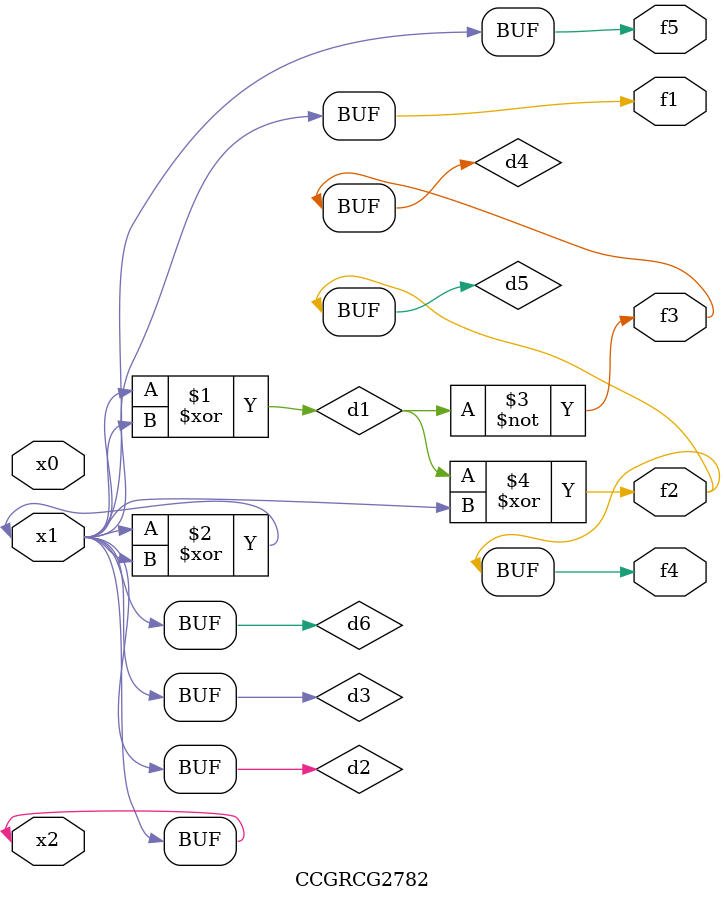
<source format=v>
module CCGRCG2782(
	input x0, x1, x2,
	output f1, f2, f3, f4, f5
);

	wire d1, d2, d3, d4, d5, d6;

	xor (d1, x1, x2);
	buf (d2, x1, x2);
	xor (d3, x1, x2);
	nor (d4, d1);
	xor (d5, d1, d2);
	buf (d6, d2, d3);
	assign f1 = d6;
	assign f2 = d5;
	assign f3 = d4;
	assign f4 = d5;
	assign f5 = d6;
endmodule

</source>
